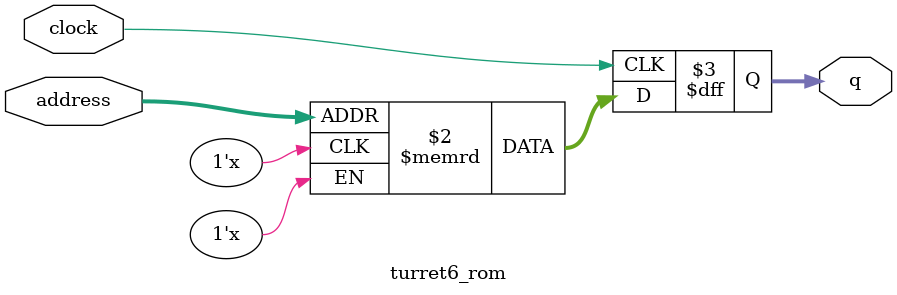
<source format=sv>
module turret6_rom (
	input logic clock,
	input logic [9:0] address,
	output logic [7:0] q
);

logic [7:0] memory [0:1023] /* synthesis ram_init_file = "./turret6/turret6.mif" */;

always_ff @ (posedge clock) begin
	q <= memory[address];
end

endmodule

</source>
